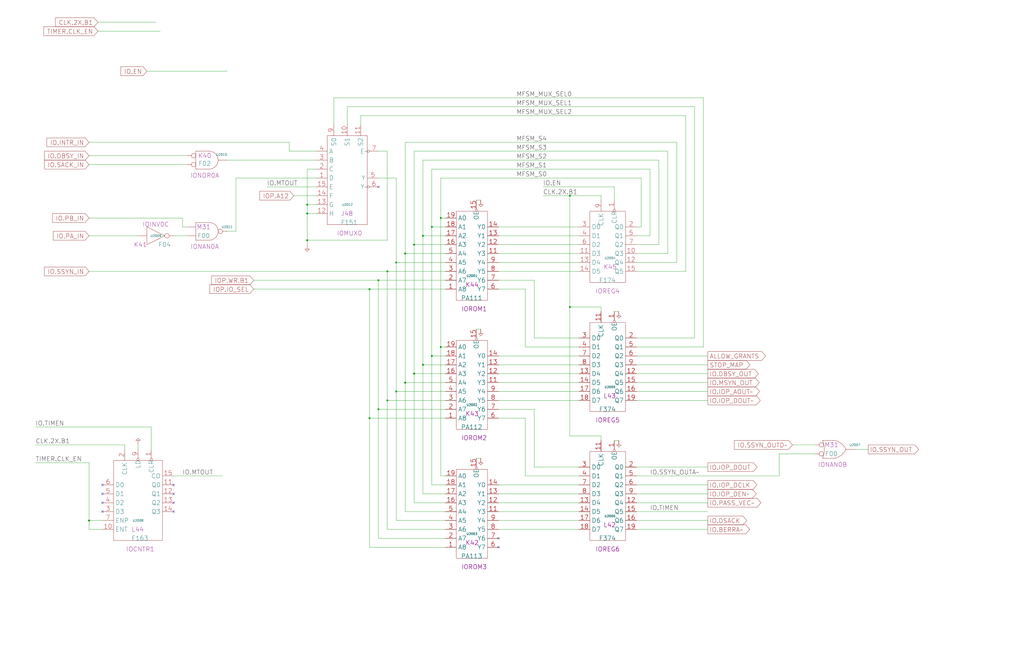
<source format=kicad_sch>
(kicad_sch (version 20250114) (generator "eeschema") (generator_version "9.0")
  (paper "User" 584.2 378.46)
  (title_block (title "IO BUS\\nMASTER FSM") (date "22-SEP-90") (rev "2.0") (comment 1 "IOC") (comment 2 "232-003061") (comment 3 "S400") (comment 4 "RELEASED"))
  (lib_symbols
    (symbol "r1000:F00" (pin_numbers (hide yes)) (pin_names (hide yes))
      (property "Reference" "U" (at 15.24 0 0))
      (property "Value" "F00" (at 1.905 -5.08 0))
      (property "Location" "___" (at 1.905 0 0))
      (property "Name" "______" (at 2.54 -12.7 0))
      (symbol "F00_0_1"
        (polyline (pts (xy -2.54 2.54) (xy -2.54 -7.62)) (stroke (width 0.1524)))
        (polyline (pts (xy -2.54 2.54) (xy 5.08 2.54)) (stroke (width 0.1524)))
        (polyline (pts (xy -2.54 -7.62) (xy 5.08 -7.62)) (stroke (width 0.1524)))
        (arc (start 5.08 2.54) (mid 10.1281 -2.54) (end 5.08 -7.62) (stroke (width 0.1524)))
        (circle (center 11.43 -2.54) (radius 1.27) (stroke (width 0.1524)))
      )
      (symbol "F00_0_2"
        (arc (start -3.175 2.54) (mid -2.134 -2.54) (end -3.175 -7.62) (stroke (width 0.1524)))
        (circle (center -3.81 0) (radius 1.27) (stroke (width 0.1524)))
        (circle (center -3.81 -5.08) (radius 1.27) (stroke (width 0.1524)))
        (polyline (pts (xy -3.175 2.54) (xy 3.81 2.54)) (stroke (width 0.1524)))
        (polyline (pts (xy -3.175 -7.62) (xy 3.81 -7.62)) (stroke (width 0.1524)))
        (arc (start 3.81 2.54) (mid 7.5828 0.7472) (end 10.16 -2.54) (stroke (width 0.1524)))
        (arc (start 10.16 -2.54) (mid 7.5855 -5.8306) (end 3.81 -7.62) (stroke (width 0.1524)))
      )
      (symbol "F00_1_1"
        (pin input line (at -7.62 0 0) (length 5.08) (name "D0") (number "1"))
        (pin input line (at -7.62 -5.08 0) (length 5.08) (name "D1") (number "2"))
        (pin output line (at 15.24 -2.54 180) (length 2.54) (name "Q") (number "3"))
      )
      (symbol "F00_1_2"
        (pin input line (at -7.62 0 0) (length 2.54) (name "D0") (number "1"))
        (pin input line (at -7.62 -5.08 0) (length 2.54) (name "D1") (number "2"))
        (pin output line (at 15.24 -2.54 180) (length 5.08) (name "Q") (number "3"))
      )
    )
    (symbol "r1000:F02" (pin_numbers (hide yes)) (pin_names (hide yes))
      (property "Reference" "U" (at 12.16 0.635 0))
      (property "Value" "F02" (at -1.27 -4.445 0))
      (property "Location" "___" (at 2.54 0 0))
      (property "Name" "______" (at 2.54 -12.7 0))
      (symbol "F02_0_1"
        (arc (start -3.81 2.54) (mid -2.9847 -2.54) (end -3.81 -7.62) (stroke (width 0.1524)))
        (polyline (pts (xy -5.08 0) (xy -3.175 0)) (stroke (width 0.1524)))
        (polyline (pts (xy -5.08 -5.08) (xy -3.175 -5.08)) (stroke (width 0.1524)))
        (polyline (pts (xy -3.81 2.54) (xy 2.54 2.54)) (stroke (width 0.1524)))
        (polyline (pts (xy -3.81 -7.62) (xy 2.54 -7.62)) (stroke (width 0.1524)))
        (arc (start 2.54 2.54) (mid 6.9477 0.8966) (end 10.16 -2.54) (stroke (width 0.1524)))
        (arc (start 10.16 -2.54) (mid 6.9515 -5.9823) (end 2.54 -7.62) (stroke (width 0.1524)))
        (circle (center 11.43 -2.54) (radius 1.27) (stroke (width 0.1524)))
        (polyline (pts (xy 13.97 -2.54) (xy 12.7 -2.54)) (stroke (width 0.1524)))
      )
      (symbol "F02_0_2"
        (circle (center -3.81 0) (radius 1.27) (stroke (width 0.1524)))
        (circle (center -3.81 -5.08) (radius 1.27) (stroke (width 0.1524)))
        (polyline (pts (xy -2.54 2.54) (xy -2.54 -7.62)) (stroke (width 0.1524)))
        (polyline (pts (xy -2.54 2.54) (xy 5.08 2.54)) (stroke (width 0.1524)))
        (polyline (pts (xy -2.54 -7.62) (xy 5.08 -7.62)) (stroke (width 0.1524)))
        (arc (start 5.08 2.54) (mid 10.1281 -2.54) (end 5.08 -7.62) (stroke (width 0.1524)))
        (polyline (pts (xy 11.43 -2.54) (xy 10.16 -2.54)) (stroke (width 0.1524)))
        (polyline (pts (xy 11.43 -2.54) (xy 12.7 -2.54)) (stroke (width 0.1524)))
      )
      (symbol "F02_1_1"
        (pin input line (at -7.62 0 0) (length 2.54) (name "D0") (number "1"))
        (pin input line (at -7.62 -5.08 0) (length 2.54) (name "D1") (number "2"))
        (pin output line (at 15.24 -2.54 180) (length 1.27) (name "Q") (number "3"))
      )
      (symbol "F02_1_2"
        (pin input line (at -7.62 0 0) (length 2.54) (name "D0") (number "1"))
        (pin input line (at -7.62 -5.08 0) (length 2.54) (name "D1") (number "2"))
        (pin output line (at 15.24 -2.54 180) (length 2.54) (name "Q") (number "3"))
      )
    )
    (symbol "r1000:F04" (pin_numbers (hide yes)) (pin_names (hide yes))
      (property "Reference" "U" (at 0 0 0))
      (property "Value" "F04" (at 1.27 -5.08 0))
      (property "Location" "___" (at -12.7 -5.08 0))
      (property "Name" "______" (at 0 5.08 0))
      (symbol "F04_0_1"
        (polyline (pts (xy -7.62 0) (xy -5.08 0)) (stroke (width 0.1524)))
        (polyline (pts (xy -5.08 5.08) (xy -5.08 -5.08)) (stroke (width 0.1524)))
        (polyline (pts (xy 5.08 0) (xy -5.08 5.08)) (stroke (width 0.1524)))
        (polyline (pts (xy 5.08 0) (xy -5.08 -5.08)) (stroke (width 0.1524)))
        (circle (center 6.35 0) (radius 1.27) (stroke (width 0.1524)))
      )
      (symbol "F04_1_1"
        (pin input line (at -10.16 0 0) (length 2.54) (name "D0") (number "1"))
        (pin output line (at 10.16 0 180) (length 2.54) (name "Q") (number "2"))
      )
    )
    (symbol "r1000:F151" (pin_names (offset 1.016))
      (property "Reference" "U" (at 2.54 5.08 0))
      (property "Value" "F151" (at -1.27 -5.08 0))
      (property "Location" "___" (at -1.27 0 0))
      (property "Name" "______" (at 3.81 -12.7 0))
      (symbol "F151_1_1"
        (rectangle (start -8.89 44.45) (end 13.97 -6.35))
        (circle (center 14.605 35.56) (radius 0.635))
        (circle (center 14.605 15.24) (radius 0.635))
        (pin input line (at -15.24 35.56 0) (length 6.35) (name "A") (number "4"))
        (pin input line (at -15.24 30.48 0) (length 6.35) (name "B") (number "3"))
        (pin input line (at -15.24 25.4 0) (length 6.35) (name "C") (number "2"))
        (pin input line (at -15.24 20.32 0) (length 6.35) (name "D") (number "1"))
        (pin input line (at -15.24 15.24 0) (length 6.35) (name "E") (number "15"))
        (pin input line (at -15.24 10.16 0) (length 6.35) (name "F") (number "14"))
        (pin input line (at -15.24 5.08 0) (length 6.35) (name "G") (number "13"))
        (pin input line (at -15.24 0 0) (length 6.35) (name "H") (number "12"))
        (pin input line (at -5.08 50.8 270) (length 6.35) (name "S0") (number "9"))
        (pin input line (at 2.54 50.8 270) (length 6.35) (name "S1") (number "10"))
        (pin input line (at 10.16 50.8 270) (length 6.35) (name "S2") (number "11"))
        (pin input line (at 20.32 35.56 180) (length 5.08) (name "E~") (number "7"))
        (pin output line (at 20.32 20.32 180) (length 6.35) (name "Y") (number "5"))
        (pin output line (at 20.32 15.24 180) (length 5.08) (name "Y~") (number "6"))
      )
    )
    (symbol "r1000:F163" (pin_names (offset 1.016))
      (property "Reference" "U" (at 2.54 5.08 0))
      (property "Value" "F163" (at -1.27 -5.08 0))
      (property "Location" "___" (at -1.27 0 0))
      (property "Name" "______" (at 3.81 -12.7 0))
      (symbol "F163_1_1"
        (rectangle (start -11.43 39.37) (end 16.51 -6.35))
        (circle (center 2.54 40.005) (radius 0.635))
        (circle (center 10.16 40.005) (radius 0.635))
        (pin input line (at -17.78 25.4 0) (length 6.35) (name "D0") (number "6"))
        (pin input line (at -17.78 20.32 0) (length 6.35) (name "D1") (number "5"))
        (pin input line (at -17.78 15.24 0) (length 6.35) (name "D2") (number "4"))
        (pin input line (at -17.78 10.16 0) (length 6.35) (name "D3") (number "3"))
        (pin input line (at -17.78 5.08 0) (length 6.35) (name "ENP") (number "7"))
        (pin input line (at -17.78 0 0) (length 6.35) (name "ENT") (number "10"))
        (pin input line (at -5.08 45.72 270) (length 6.35) (name "CLK") (number "2"))
        (pin input line (at 2.54 45.72 270) (length 5.08) (name "LD") (number "9"))
        (pin input line (at 10.16 45.72 270) (length 5.08) (name "CLR") (number "1"))
        (pin output line (at 22.86 30.48 180) (length 6.35) (name "CO") (number "15"))
        (pin output line (at 22.86 25.4 180) (length 6.35) (name "Q0") (number "11"))
        (pin output line (at 22.86 20.32 180) (length 6.35) (name "Q1") (number "12"))
        (pin output line (at 22.86 15.24 180) (length 6.35) (name "Q2") (number "13"))
        (pin output line (at 22.86 10.16 180) (length 6.35) (name "Q3") (number "14"))
      )
    )
    (symbol "r1000:F174" (pin_names (offset 1.016))
      (property "Reference" "U" (at 2.54 5.08 0))
      (property "Value" "F174" (at -3.81 -7.62 0))
      (property "Location" "___" (at -1.27 0 0))
      (property "Name" "______" (at 1.27 -15.24 0))
      (symbol "F174_1_1"
        (rectangle (start -8.89 31.75) (end 11.43 -8.89))
        (circle (center 5.08 32.385) (radius 0.635))
        (pin input line (at -15.24 22.86 0) (length 6.35) (name "D0") (number "3"))
        (pin input line (at -15.24 17.78 0) (length 6.35) (name "D1") (number "4"))
        (pin input line (at -15.24 12.7 0) (length 6.35) (name "D2") (number "6"))
        (pin input line (at -15.24 7.62 0) (length 6.35) (name "D3") (number "11"))
        (pin input line (at -15.24 2.54 0) (length 6.35) (name "D4") (number "13"))
        (pin input line (at -15.24 -2.54 0) (length 6.35) (name "D5") (number "14"))
        (pin input line (at -2.54 38.1 270) (length 6.35) (name "CLK") (number "9"))
        (pin input line (at 5.08 38.1 270) (length 5.08) (name "CLR") (number "1"))
        (pin output line (at 17.78 22.86 180) (length 6.35) (name "Q0") (number "2"))
        (pin output line (at 17.78 17.78 180) (length 6.35) (name "Q1") (number "5"))
        (pin output line (at 17.78 12.7 180) (length 6.35) (name "Q2") (number "7"))
        (pin output line (at 17.78 7.62 180) (length 6.35) (name "Q3") (number "10"))
        (pin output line (at 17.78 2.54 180) (length 6.35) (name "Q4") (number "12"))
        (pin output line (at 17.78 -2.54 180) (length 6.35) (name "Q5") (number "15"))
      )
    )
    (symbol "r1000:F374" (pin_names (offset 1.016))
      (property "Reference" "U" (at 2.54 5.08 0))
      (property "Value" "F374" (at -3.81 -7.62 0))
      (property "Location" "___" (at -1.27 0 0))
      (property "Name" "______" (at 1.27 -15.24 0))
      (symbol "F374_1_1"
        (rectangle (start -8.89 41.91) (end 11.43 -8.89))
        (circle (center 5.08 42.545) (radius 0.635))
        (pin input line (at -15.24 33.02 0) (length 6.35) (name "D0") (number "3"))
        (pin input line (at -15.24 27.94 0) (length 6.35) (name "D1") (number "4"))
        (pin input line (at -15.24 22.86 0) (length 6.35) (name "D2") (number "7"))
        (pin input line (at -15.24 17.78 0) (length 6.35) (name "D3") (number "8"))
        (pin input line (at -15.24 12.7 0) (length 6.35) (name "D4") (number "13"))
        (pin input line (at -15.24 7.62 0) (length 6.35) (name "D5") (number "14"))
        (pin input line (at -15.24 2.54 0) (length 6.35) (name "D6") (number "17"))
        (pin input line (at -15.24 -2.54 0) (length 6.35) (name "D7") (number "18"))
        (pin input line (at -2.54 48.26 270) (length 6.35) (name "CLK") (number "11"))
        (pin input line (at 5.08 48.26 270) (length 5.08) (name "OE") (number "1"))
        (pin tri_state line (at 17.78 33.02 180) (length 6.35) (name "Q0") (number "2"))
        (pin tri_state line (at 17.78 27.94 180) (length 6.35) (name "Q1") (number "5"))
        (pin tri_state line (at 17.78 22.86 180) (length 6.35) (name "Q2") (number "6"))
        (pin tri_state line (at 17.78 17.78 180) (length 6.35) (name "Q3") (number "9"))
        (pin tri_state line (at 17.78 12.7 180) (length 6.35) (name "Q4") (number "12"))
        (pin tri_state line (at 17.78 7.62 180) (length 6.35) (name "Q5") (number "15"))
        (pin tri_state line (at 17.78 2.54 180) (length 6.35) (name "Q6") (number "16"))
        (pin tri_state line (at 17.78 -2.54 180) (length 6.35) (name "Q7") (number "19"))
      )
    )
    (symbol "r1000:PAxxx" (pin_names (offset 1.016))
      (property "Reference" "U" (at 2.54 5.08 0))
      (property "Value" "PAxxx" (at -3.81 -7.62 0))
      (property "Location" "___" (at -1.27 0 0))
      (property "Name" "______" (at 3.81 -15.24 0))
      (symbol "PAxxx_1_1"
        (rectangle (start -6.35 41.91) (end 11.43 -8.89))
        (circle (center 5.08 42.545) (radius 0.635))
        (pin input line (at -12.7 38.1 0) (length 6.35) (name "A0") (number "19"))
        (pin input line (at -12.7 33.02 0) (length 6.35) (name "A1") (number "18"))
        (pin input line (at -12.7 27.94 0) (length 6.35) (name "A2") (number "17"))
        (pin input line (at -12.7 22.86 0) (length 6.35) (name "A3") (number "16"))
        (pin input line (at -12.7 17.78 0) (length 6.35) (name "A4") (number "5"))
        (pin input line (at -12.7 12.7 0) (length 6.35) (name "A5") (number "4"))
        (pin input line (at -12.7 7.62 0) (length 6.35) (name "A6") (number "3"))
        (pin input line (at -12.7 2.54 0) (length 6.35) (name "A7") (number "2"))
        (pin input line (at -12.7 -2.54 0) (length 6.35) (name "A8") (number "1"))
        (pin input line (at 5.08 48.26 270) (length 5.08) (name "OE") (number "15"))
        (pin tri_state line (at 17.78 33.02 180) (length 6.35) (name "Y0") (number "14"))
        (pin tri_state line (at 17.78 27.94 180) (length 6.35) (name "Y1") (number "13"))
        (pin tri_state line (at 17.78 22.86 180) (length 6.35) (name "Y2") (number "12"))
        (pin tri_state line (at 17.78 17.78 180) (length 6.35) (name "Y3") (number "11"))
        (pin tri_state line (at 17.78 12.7 180) (length 6.35) (name "Y4") (number "9"))
        (pin tri_state line (at 17.78 7.62 180) (length 6.35) (name "Y5") (number "8"))
        (pin tri_state line (at 17.78 2.54 180) (length 6.35) (name "Y6") (number "7"))
        (pin tri_state line (at 17.78 -2.54 180) (length 6.35) (name "Y7") (number "6"))
      )
    )
    (symbol "r1000:PD" (power) (pin_numbers (hide yes)) (pin_names (hide yes)) (in_bom no)
      (symbol "PD_0_1"
        (polyline (pts (xy 0 -2.54) (xy 1.27 -2.54) (xy 0 -3.81) (xy -1.27 -2.54) (xy 0 -2.54)) (stroke (width 0.1524)))
      )
      (symbol "PD_1_1"
        (pin power_in line (at 0 0 270) (length 2.54) (name "PD") (number "1"))
      )
    )
    (symbol "r1000:PU" (power) (pin_numbers (hide yes)) (pin_names (hide yes))
      (symbol "PU_0_1"
        (polyline (pts (xy 0 2.54) (xy -1.27 2.54) (xy 0 3.81) (xy 1.27 2.54) (xy 0 2.54)) (stroke (width 0.1524)))
      )
      (symbol "PU_1_1"
        (pin power_in line (at 0 0 90) (length 2.54) (name "PU") (number "1"))
      )
    )
  )
  (junction (at 236.22 213.36))
  (junction (at 210.82 238.76))
  (junction (at 251.46 198.12))
  (junction (at 226.06 149.86))
  (junction (at 215.9 160.02))
  (junction (at 220.98 228.6))
  (junction (at 246.38 129.54))
  (junction (at 231.14 144.78))
  (junction (at 215.9 233.68))
  (junction (at 226.06 223.52))
  (junction (at 210.82 165.1))
  (junction (at 236.22 139.7))
  (junction (at 220.98 154.94))
  (junction (at 231.14 218.44))
  (junction (at 325.12 111.76))
  (junction (at 251.46 124.46))
  (junction (at 175.26 137.16))
  (junction (at 325.12 175.26))
  (junction (at 175.26 116.84))
  (junction (at 246.38 203.2))
  (junction (at 175.26 121.92))
  (junction (at 50.8 297.18))
  (junction (at 241.3 134.62))
  (junction (at 241.3 208.28))
  (no_connect (at 284.48 307.34))
  (no_connect (at 99.06 281.94))
  (no_connect (at 58.42 287.02))
  (no_connect (at 99.06 292.1))
  (no_connect (at 99.06 287.02))
  (no_connect (at 58.42 281.94))
  (no_connect (at 99.06 276.86))
  (no_connect (at 284.48 312.42))
  (no_connect (at 58.42 276.86))
  (no_connect (at 58.42 292.1))
  (no_connect (at 215.9 106.68))
  (wire (pts (xy 241.3 208.28) (xy 254 208.28)))
  (wire (pts (xy 254 302.26) (xy 220.98 302.26)))
  (wire (pts (xy 396.24 60.96) (xy 396.24 193.04)))
  (wire (pts (xy 134.62 132.08) (xy 134.62 101.6)))
  (wire (pts (xy 50.8 302.26) (xy 58.42 302.26)))
  (wire (pts (xy 231.14 144.78) (xy 254 144.78)))
  (wire (pts (xy 167.64 111.76) (xy 180.34 111.76)))
  (wire (pts (xy 370.84 134.62) (xy 363.22 134.62)))
  (wire (pts (xy 284.48 228.6) (xy 330.2 228.6)))
  (wire (pts (xy 350.52 251.46) (xy 353.06 251.46)))
  (wire (pts (xy 215.9 160.02) (xy 254 160.02)))
  (wire (pts (xy 231.14 81.28) (xy 231.14 144.78)))
  (wire (pts (xy 251.46 271.78) (xy 251.46 198.12)))
  (wire (pts (xy 226.06 101.6) (xy 226.06 149.86)))
  (wire (pts (xy 386.08 149.86) (xy 386.08 81.28)))
  (wire (pts (xy 342.9 248.92) (xy 342.9 251.46)))
  (wire (pts (xy 396.24 193.04) (xy 363.22 193.04)))
  (wire (pts (xy 236.22 213.36) (xy 254 213.36)))
  (wire (pts (xy 350.52 177.8) (xy 353.06 177.8)))
  (wire (pts (xy 251.46 124.46) (xy 254 124.46)))
  (wire (pts (xy 363.22 292.1) (xy 403.86 292.1)))
  (wire (pts (xy 254 139.7) (xy 236.22 139.7)))
  (wire (pts (xy 246.38 203.2) (xy 254 203.2)))
  (wire (pts (xy 284.48 129.54) (xy 330.2 129.54)))
  (wire (pts (xy 254 312.42) (xy 210.82 312.42)))
  (wire (pts (xy 134.62 101.6) (xy 180.34 101.6)))
  (wire (pts (xy 363.22 208.28) (xy 403.86 208.28)))
  (wire (pts (xy 271.78 114.3) (xy 274.32 114.3)))
  (wire (pts (xy 309.88 106.68) (xy 350.52 106.68)))
  (wire (pts (xy 231.14 218.44) (xy 254 218.44)))
  (wire (pts (xy 391.16 154.94) (xy 363.22 154.94)))
  (wire (pts (xy 129.54 132.08) (xy 134.62 132.08)))
  (wire (pts (xy 20.32 243.84) (xy 86.36 243.84)))
  (wire (pts (xy 246.38 203.2) (xy 246.38 276.86)))
  (wire (pts (xy 220.98 228.6) (xy 254 228.6)))
  (wire (pts (xy 271.78 261.62) (xy 274.32 261.62)))
  (wire (pts (xy 215.9 160.02) (xy 215.9 233.68)))
  (wire (pts (xy 284.48 287.02) (xy 330.2 287.02)))
  (wire (pts (xy 325.12 175.26) (xy 325.12 248.92)))
  (wire (pts (xy 304.8 266.7) (xy 330.2 266.7)))
  (wire (pts (xy 236.22 213.36) (xy 236.22 287.02)))
  (wire (pts (xy 299.72 165.1) (xy 299.72 198.12)))
  (wire (pts (xy 55.88 17.78) (xy 91.44 17.78)))
  (wire (pts (xy 50.8 297.18) (xy 58.42 297.18)))
  (wire (pts (xy 342.9 111.76) (xy 342.9 114.3)))
  (wire (pts (xy 215.9 86.36) (xy 220.98 86.36)))
  (wire (pts (xy 363.22 302.26) (xy 403.86 302.26)))
  (wire (pts (xy 363.22 203.2) (xy 403.86 203.2)))
  (wire (pts (xy 309.88 111.76) (xy 325.12 111.76)))
  (wire (pts (xy 342.9 175.26) (xy 325.12 175.26)))
  (wire (pts (xy 284.48 144.78) (xy 330.2 144.78)))
  (wire (pts (xy 20.32 254) (xy 71.12 254)))
  (wire (pts (xy 363.22 213.36) (xy 403.86 213.36)))
  (wire (pts (xy 284.48 213.36) (xy 330.2 213.36)))
  (wire (pts (xy 284.48 165.1) (xy 299.72 165.1)))
  (wire (pts (xy 220.98 154.94) (xy 220.98 228.6)))
  (wire (pts (xy 190.5 55.88) (xy 401.32 55.88)))
  (wire (pts (xy 205.74 66.04) (xy 391.16 66.04)))
  (wire (pts (xy 144.78 160.02) (xy 215.9 160.02)))
  (wire (pts (xy 251.46 101.6) (xy 251.46 124.46)))
  (wire (pts (xy 20.32 264.16) (xy 50.8 264.16)))
  (wire (pts (xy 104.14 124.46) (xy 104.14 129.54)))
  (wire (pts (xy 99.06 271.78) (xy 127 271.78)))
  (wire (pts (xy 304.8 193.04) (xy 330.2 193.04)))
  (wire (pts (xy 381 144.78) (xy 363.22 144.78)))
  (wire (pts (xy 246.38 96.52) (xy 370.84 96.52)))
  (wire (pts (xy 254 281.94) (xy 241.3 281.94)))
  (wire (pts (xy 104.14 129.54) (xy 106.68 129.54)))
  (wire (pts (xy 226.06 149.86) (xy 226.06 223.52)))
  (wire (pts (xy 375.92 91.44) (xy 241.3 91.44)))
  (wire (pts (xy 50.8 93.98) (xy 106.68 93.98)))
  (wire (pts (xy 284.48 203.2) (xy 330.2 203.2)))
  (wire (pts (xy 284.48 276.86) (xy 330.2 276.86)))
  (wire (pts (xy 190.5 71.12) (xy 190.5 55.88)))
  (wire (pts (xy 226.06 297.18) (xy 254 297.18)))
  (wire (pts (xy 284.48 149.86) (xy 330.2 149.86)))
  (wire (pts (xy 381 86.36) (xy 381 144.78)))
  (wire (pts (xy 254 292.1) (xy 231.14 292.1)))
  (wire (pts (xy 363.22 287.02) (xy 403.86 287.02)))
  (wire (pts (xy 284.48 233.68) (xy 304.8 233.68)))
  (wire (pts (xy 363.22 297.18) (xy 403.86 297.18)))
  (wire (pts (xy 284.48 302.26) (xy 330.2 302.26)))
  (wire (pts (xy 83.82 40.64) (xy 129.54 40.64)))
  (wire (pts (xy 284.48 218.44) (xy 330.2 218.44)))
  (wire (pts (xy 226.06 149.86) (xy 254 149.86)))
  (wire (pts (xy 391.16 66.04) (xy 391.16 154.94)))
  (wire (pts (xy 50.8 264.16) (xy 50.8 297.18)))
  (wire (pts (xy 175.26 116.84) (xy 175.26 121.92)))
  (wire (pts (xy 363.22 276.86) (xy 403.86 276.86)))
  (wire (pts (xy 342.9 177.8) (xy 342.9 175.26)))
  (wire (pts (xy 325.12 111.76) (xy 325.12 175.26)))
  (wire (pts (xy 350.52 106.68) (xy 350.52 114.3)))
  (wire (pts (xy 304.8 160.02) (xy 304.8 193.04)))
  (wire (pts (xy 365.76 101.6) (xy 251.46 101.6)))
  (wire (pts (xy 386.08 81.28) (xy 231.14 81.28)))
  (wire (pts (xy 452.12 254) (xy 464.82 254)))
  (wire (pts (xy 304.8 233.68) (xy 304.8 266.7)))
  (wire (pts (xy 165.1 86.36) (xy 180.34 86.36)))
  (wire (pts (xy 284.48 281.94) (xy 330.2 281.94)))
  (wire (pts (xy 236.22 86.36) (xy 381 86.36)))
  (wire (pts (xy 246.38 276.86) (xy 254 276.86)))
  (wire (pts (xy 215.9 233.68) (xy 254 233.68)))
  (wire (pts (xy 210.82 312.42) (xy 210.82 238.76)))
  (wire (pts (xy 284.48 160.02) (xy 304.8 160.02)))
  (wire (pts (xy 254 271.78) (xy 251.46 271.78)))
  (wire (pts (xy 231.14 292.1) (xy 231.14 218.44)))
  (wire (pts (xy 271.78 187.96) (xy 274.32 187.96)))
  (wire (pts (xy 175.26 96.52) (xy 175.26 116.84)))
  (wire (pts (xy 284.48 297.18) (xy 330.2 297.18)))
  (wire (pts (xy 284.48 139.7) (xy 330.2 139.7)))
  (wire (pts (xy 220.98 86.36) (xy 220.98 137.16)))
  (wire (pts (xy 198.12 71.12) (xy 198.12 60.96)))
  (wire (pts (xy 175.26 137.16) (xy 220.98 137.16)))
  (wire (pts (xy 220.98 154.94) (xy 254 154.94)))
  (wire (pts (xy 284.48 223.52) (xy 330.2 223.52)))
  (wire (pts (xy 375.92 139.7) (xy 375.92 91.44)))
  (wire (pts (xy 236.22 139.7) (xy 236.22 213.36)))
  (wire (pts (xy 99.06 134.62) (xy 106.68 134.62)))
  (wire (pts (xy 50.8 88.9) (xy 106.68 88.9)))
  (wire (pts (xy 129.54 91.44) (xy 180.34 91.44)))
  (wire (pts (xy 215.9 101.6) (xy 226.06 101.6)))
  (wire (pts (xy 363.22 129.54) (xy 365.76 129.54)))
  (wire (pts (xy 175.26 116.84) (xy 180.34 116.84)))
  (wire (pts (xy 241.3 134.62) (xy 241.3 208.28)))
  (wire (pts (xy 299.72 271.78) (xy 330.2 271.78)))
  (wire (pts (xy 165.1 81.28) (xy 165.1 86.36)))
  (wire (pts (xy 231.14 144.78) (xy 231.14 218.44)))
  (wire (pts (xy 236.22 287.02) (xy 254 287.02)))
  (wire (pts (xy 55.88 12.7) (xy 88.9 12.7)))
  (wire (pts (xy 241.3 281.94) (xy 241.3 208.28)))
  (wire (pts (xy 284.48 154.94) (xy 330.2 154.94)))
  (wire (pts (xy 401.32 198.12) (xy 363.22 198.12)))
  (wire (pts (xy 251.46 124.46) (xy 251.46 198.12)))
  (wire (pts (xy 284.48 208.28) (xy 330.2 208.28)))
  (wire (pts (xy 175.26 121.92) (xy 175.26 137.16)))
  (wire (pts (xy 241.3 134.62) (xy 254 134.62)))
  (wire (pts (xy 205.74 71.12) (xy 205.74 66.04)))
  (wire (pts (xy 210.82 238.76) (xy 254 238.76)))
  (wire (pts (xy 299.72 198.12) (xy 330.2 198.12)))
  (wire (pts (xy 444.5 259.08) (xy 464.82 259.08)))
  (wire (pts (xy 487.68 256.54) (xy 495.3 256.54)))
  (wire (pts (xy 241.3 91.44) (xy 241.3 134.62)))
  (wire (pts (xy 144.78 165.1) (xy 210.82 165.1)))
  (wire (pts (xy 215.9 307.34) (xy 254 307.34)))
  (wire (pts (xy 284.48 292.1) (xy 330.2 292.1)))
  (wire (pts (xy 210.82 165.1) (xy 210.82 238.76)))
  (wire (pts (xy 401.32 55.88) (xy 401.32 198.12)))
  (wire (pts (xy 50.8 297.18) (xy 50.8 302.26)))
  (wire (pts (xy 363.22 139.7) (xy 375.92 139.7)))
  (wire (pts (xy 71.12 254) (xy 71.12 256.54)))
  (wire (pts (xy 226.06 223.52) (xy 254 223.52)))
  (wire (pts (xy 363.22 223.52) (xy 403.86 223.52)))
  (wire (pts (xy 363.22 228.6) (xy 403.86 228.6)))
  (wire (pts (xy 152.4 106.68) (xy 180.34 106.68)))
  (wire (pts (xy 284.48 238.76) (xy 299.72 238.76)))
  (wire (pts (xy 50.8 81.28) (xy 165.1 81.28)))
  (wire (pts (xy 220.98 302.26) (xy 220.98 228.6)))
  (wire (pts (xy 175.26 121.92) (xy 180.34 121.92)))
  (wire (pts (xy 246.38 129.54) (xy 246.38 96.52)))
  (wire (pts (xy 251.46 198.12) (xy 254 198.12)))
  (wire (pts (xy 299.72 238.76) (xy 299.72 271.78)))
  (wire (pts (xy 363.22 281.94) (xy 403.86 281.94)))
  (wire (pts (xy 363.22 218.44) (xy 403.86 218.44)))
  (wire (pts (xy 254 129.54) (xy 246.38 129.54)))
  (wire (pts (xy 50.8 134.62) (xy 78.74 134.62)))
  (wire (pts (xy 444.5 271.78) (xy 444.5 259.08)))
  (wire (pts (xy 86.36 243.84) (xy 86.36 256.54)))
  (wire (pts (xy 363.22 266.7) (xy 403.86 266.7)))
  (wire (pts (xy 175.26 96.52) (xy 180.34 96.52)))
  (wire (pts (xy 198.12 60.96) (xy 396.24 60.96)))
  (wire (pts (xy 210.82 165.1) (xy 254 165.1)))
  (wire (pts (xy 365.76 129.54) (xy 365.76 101.6)))
  (wire (pts (xy 370.84 96.52) (xy 370.84 134.62)))
  (wire (pts (xy 175.26 137.16) (xy 175.26 139.7)))
  (wire (pts (xy 363.22 271.78) (xy 444.5 271.78)))
  (wire (pts (xy 236.22 139.7) (xy 236.22 86.36)))
  (wire (pts (xy 325.12 111.76) (xy 342.9 111.76)))
  (wire (pts (xy 284.48 134.62) (xy 330.2 134.62)))
  (wire (pts (xy 325.12 248.92) (xy 342.9 248.92)))
  (wire (pts (xy 78.74 254) (xy 78.74 256.54)))
  (wire (pts (xy 226.06 223.52) (xy 226.06 297.18)))
  (wire (pts (xy 50.8 124.46) (xy 104.14 124.46)))
  (wire (pts (xy 246.38 129.54) (xy 246.38 203.2)))
  (wire (pts (xy 50.8 154.94) (xy 220.98 154.94)))
  (wire (pts (xy 215.9 233.68) (xy 215.9 307.34)))
  (wire (pts (xy 363.22 149.86) (xy 386.08 149.86)))
  (label "TIMER.CLK_EN" (at 20.32 264.16 0) (effects (font (size 2.54 2.54))))
  (label "IO.MTOUT" (at 152.4 106.68 0) (effects (font (size 2.54 2.54))))
  (label "IO.SSYN_OUTA~" (at 370.84 271.78 0) (effects (font (size 2.54 2.54))))
  (label "MFSM_S4" (at 294.64 81.28 0) (effects (font (size 2.54 2.54))))
  (label "MFSM_S1" (at 294.64 96.52 0) (effects (font (size 2.54 2.54))))
  (label "MFSM_S0" (at 294.64 101.6 0) (effects (font (size 2.54 2.54))))
  (label "MFSM_MUX_SEL1" (at 294.64 60.96 0) (effects (font (size 2.54 2.54))))
  (label "IO.EN" (at 309.88 106.68 0) (effects (font (size 2.54 2.54))))
  (label "CLK.2X.B1" (at 20.32 254 0) (effects (font (size 2.54 2.54))))
  (label "IO.MTOUT" (at 104.14 271.78 0) (effects (font (size 2.54 2.54))))
  (label "MFSM_MUX_SEL0" (at 294.64 55.88 0) (effects (font (size 2.54 2.54))))
  (label "CLK.2X.B1" (at 309.88 111.76 0) (effects (font (size 2.54 2.54))))
  (label "MFSM_MUX_SEL2" (at 294.64 66.04 0) (effects (font (size 2.54 2.54))))
  (label "IO.TIMEN" (at 20.32 243.84 0) (effects (font (size 2.54 2.54))))
  (label "MFSM_S3" (at 294.64 86.36 0) (effects (font (size 2.54 2.54))))
  (label "IO.TIMEN" (at 370.84 292.1 0) (effects (font (size 2.54 2.54))))
  (label "MFSM_S2" (at 294.64 91.44 0) (effects (font (size 2.54 2.54))))
  (global_label "IO.DBSY_OUT" (shape output) (at 403.86 213.36 0) (effects (font (size 2.54 2.54))) (property "Intersheetrefs" "${INTERSHEET_REFS}" (at 433.0156 213.2013 0) (effects (font (size 1.905 1.905)) (justify left))))
  (global_label "CLK.2X.B1" (shape input) (at 55.88 12.7 180) (effects (font (size 2.54 2.54))) (property "Intersheetrefs" "${INTERSHEET_REFS}" (at 31.3206 12.5413 0) (effects (font (size 1.905 1.905)) (justify right))))
  (global_label "IO.SSYN_OUT" (shape output) (at 495.3 256.54 0) (effects (font (size 2.54 2.54))) (property "Intersheetrefs" "${INTERSHEET_REFS}" (at 524.4556 256.3813 0) (effects (font (size 1.905 1.905)) (justify left))))
  (global_label "IOP.IO_SEL" (shape input) (at 144.78 165.1 180) (effects (font (size 2.54 2.54))) (property "Intersheetrefs" "${INTERSHEET_REFS}" (at 119.374 164.9413 0) (effects (font (size 1.905 1.905)) (justify right))))
  (global_label "IO.PB_IN" (shape input) (at 50.8 124.46 180) (effects (font (size 2.54 2.54))) (property "Intersheetrefs" "${INTERSHEET_REFS}" (at 29.6273 124.3013 0) (effects (font (size 1.905 1.905)) (justify right))))
  (global_label "IO.SSYN_OUTD~" (shape input) (at 452.12 254 180) (effects (font (size 2.54 2.54))) (property "Intersheetrefs" "${INTERSHEET_REFS}" (at 418.6101 253.8413 0) (effects (font (size 1.905 1.905)) (justify right))))
  (global_label "IOP.WR.B1" (shape input) (at 144.78 160.02 180) (effects (font (size 2.54 2.54))) (property "Intersheetrefs" "${INTERSHEET_REFS}" (at 120.3416 159.8613 0) (effects (font (size 1.905 1.905)) (justify right))))
  (global_label "IO.IOP_DEN~" (shape output) (at 403.86 281.94 0) (effects (font (size 2.54 2.54))) (property "Intersheetrefs" "${INTERSHEET_REFS}" (at 431.806 281.7813 0) (effects (font (size 1.905 1.905)) (justify left))))
  (global_label "IO.DSACK" (shape output) (at 403.86 297.18 0) (effects (font (size 2.54 2.54))) (property "Intersheetrefs" "${INTERSHEET_REFS}" (at 426.3632 297.0213 0) (effects (font (size 1.905 1.905)) (justify left))))
  (global_label "IOP.A12" (shape input) (at 167.64 111.76 180) (effects (font (size 2.54 2.54))) (property "Intersheetrefs" "${INTERSHEET_REFS}" (at 147.7978 111.6013 0) (effects (font (size 1.905 1.905)) (justify right))))
  (global_label "IO.PA_IN" (shape input) (at 50.8 134.62 180) (effects (font (size 2.54 2.54))) (property "Intersheetrefs" "${INTERSHEET_REFS}" (at 29.9901 134.4613 0) (effects (font (size 1.905 1.905)) (justify right))))
  (global_label "IO.PASS_VEC~" (shape output) (at 403.86 287.02 0) (effects (font (size 2.54 2.54))) (property "Intersheetrefs" "${INTERSHEET_REFS}" (at 434.467 286.8613 0) (effects (font (size 1.905 1.905)) (justify left))))
  (global_label "IO.IOP_DOUT" (shape output) (at 403.86 266.7 0) (effects (font (size 2.54 2.54))) (property "Intersheetrefs" "${INTERSHEET_REFS}" (at 432.2899 266.5413 0) (effects (font (size 1.905 1.905)) (justify left))))
  (global_label "IO.IOP_AOUT~" (shape output) (at 403.86 223.52 0) (effects (font (size 2.54 2.54))) (property "Intersheetrefs" "${INTERSHEET_REFS}" (at 433.7413 223.3613 0) (effects (font (size 1.905 1.905)) (justify left))))
  (global_label "IO.MSYN_OUT" (shape output) (at 403.86 218.44 0) (effects (font (size 2.54 2.54))) (property "Intersheetrefs" "${INTERSHEET_REFS}" (at 433.4994 218.2813 0) (effects (font (size 1.905 1.905)) (justify left))))
  (global_label "IO.IOP_DCLK" (shape output) (at 403.86 276.86 0) (effects (font (size 2.54 2.54))) (property "Intersheetrefs" "${INTERSHEET_REFS}" (at 432.1689 276.7013 0) (effects (font (size 1.905 1.905)) (justify left))))
  (global_label "IO.DBSY_IN" (shape input) (at 50.8 88.9 180) (effects (font (size 2.54 2.54))) (property "Intersheetrefs" "${INTERSHEET_REFS}" (at 25.0311 88.7413 0) (effects (font (size 1.905 1.905)) (justify right))))
  (global_label "IO.IOP_DOUT~" (shape output) (at 403.86 228.6 0) (effects (font (size 2.54 2.54))) (property "Intersheetrefs" "${INTERSHEET_REFS}" (at 434.1041 228.4413 0) (effects (font (size 1.905 1.905)) (justify left))))
  (global_label "STOP_MAP" (shape output) (at 403.86 208.28 0) (effects (font (size 2.54 2.54))) (property "Intersheetrefs" "${INTERSHEET_REFS}" (at 428.1775 208.1213 0) (effects (font (size 1.905 1.905)) (justify left))))
  (global_label "IO.SACK_IN" (shape input) (at 50.8 93.98 180) (effects (font (size 2.54 2.54))) (property "Intersheetrefs" "${INTERSHEET_REFS}" (at 25.0311 93.8213 0) (effects (font (size 1.905 1.905)) (justify right))))
  (global_label "TIMER.CLK_EN" (shape input) (at 55.88 17.78 180) (effects (font (size 2.54 2.54))) (property "Intersheetrefs" "${INTERSHEET_REFS}" (at 24.5473 17.6213 0) (effects (font (size 1.905 1.905)) (justify right))))
  (global_label "ALLOW_GRANTS" (shape output) (at 403.86 203.2 0) (effects (font (size 2.54 2.54))) (property "Intersheetrefs" "${INTERSHEET_REFS}" (at 437.128 203.0413 0) (effects (font (size 1.905 1.905)) (justify left))))
  (global_label "IO.INTR_IN" (shape input) (at 50.8 81.28 180) (effects (font (size 2.54 2.54))) (property "Intersheetrefs" "${INTERSHEET_REFS}" (at 26.3616 81.1213 0) (effects (font (size 1.905 1.905)) (justify right))))
  (global_label "IO.SSYN_IN" (shape input) (at 50.8 154.94 180) (effects (font (size 2.54 2.54))) (property "Intersheetrefs" "${INTERSHEET_REFS}" (at 25.0311 154.7813 0) (effects (font (size 1.905 1.905)) (justify right))))
  (global_label "IO.BERRA~" (shape output) (at 403.86 302.26 0) (effects (font (size 2.54 2.54))) (property "Intersheetrefs" "${INTERSHEET_REFS}" (at 428.0565 302.1013 0) (effects (font (size 1.905 1.905)) (justify left))))
  (global_label "IO.EN" (shape input) (at 83.82 40.64 180) (effects (font (size 2.54 2.54))) (property "Intersheetrefs" "${INTERSHEET_REFS}" (at 68.574 40.4813 0) (effects (font (size 1.905 1.905)) (justify right))))
  (symbol (lib_id "r1000:F163") (at 76.2 302.26 0) (unit 1)
    (property "Reference" "U2008" (at 78.74 297.18 0))
    (property "Value" "F163" (at 74.93 307.34 0) (effects (font (size 2.54 2.54)) (justify left)))
    (property "Location" "L44" (at 74.93 302.26 0) (effects (font (size 2.54 2.54)) (justify left)))
    (property "Name" "IOCNTR1" (at 80.01 314.96 0) (effects (font (size 2.54 2.54)) (justify bottom)))
  )
  (symbol (lib_id "r1000:PD") (at 274.32 187.96 0) (unit 1) (in_bom no)
    (property "Reference" "#PWR02002" (effects (hide yes)))
    (property "Value" "PD" (effects (hide yes)))
  )
  (symbol (lib_id "r1000:F151") (at 195.58 121.92 0) (unit 1)
    (property "Reference" "U2012" (at 198.12 116.84 0))
    (property "Value" "F151" (at 194.31 127 0) (effects (font (size 2.54 2.54)) (justify left)))
    (property "Location" "J48" (at 194.31 121.92 0) (effects (font (size 2.54 2.54)) (justify left)))
    (property "Name" "IOMUX0" (at 199.39 134.62 0) (effects (font (size 2.54 2.54)) (justify bottom)))
  )
  (symbol (lib_id "r1000:PD") (at 175.26 139.7 0) (unit 1) (in_bom no)
    (property "Reference" "#PWR02007" (effects (hide yes)))
    (property "Value" "PD" (effects (hide yes)))
  )
  (symbol (lib_id "r1000:F374") (at 345.44 299.72 0) (unit 1)
    (property "Reference" "U2006" (at 347.98 294.64 0))
    (property "Value" "F374" (at 341.63 307.34 0) (effects (font (size 2.54 2.54)) (justify left)))
    (property "Location" "L42" (at 344.17 299.72 0) (effects (font (size 2.54 2.54)) (justify left)))
    (property "Name" "IOREG6" (at 346.71 314.96 0) (effects (font (size 2.54 2.54)) (justify bottom)))
  )
  (symbol (lib_id "r1000:PD") (at 274.32 114.3 0) (unit 1) (in_bom no)
    (property "Reference" "#PWR02001" (effects (hide yes)))
    (property "Value" "PD" (effects (hide yes)))
  )
  (symbol (lib_id "r1000:F02") (at 114.3 88.9 0) (unit 1) (convert 2)
    (property "Reference" "U2010" (at 126.46 88.265 0))
    (property "Value" "F02" (at 113.03 93.345 0) (effects (font (size 2.54 2.54)) (justify left)))
    (property "Location" "K40" (at 116.84 88.9 0) (effects (font (size 2.54 2.54))))
    (property "Name" "IONOR0A" (at 116.84 101.6 0) (effects (font (size 2.54 2.54)) (justify bottom)))
  )
  (symbol (lib_id "r1000:PD") (at 274.32 261.62 0) (unit 1) (in_bom no)
    (property "Reference" "#PWR02003" (effects (hide yes)))
    (property "Value" "PD" (effects (hide yes)))
  )
  (symbol (lib_id "r1000:PD") (at 353.06 177.8 0) (unit 1) (in_bom no)
    (property "Reference" "#PWR02004" (effects (hide yes)))
    (property "Value" "PD" (effects (hide yes)))
  )
  (symbol (lib_id "r1000:F00") (at 472.44 254 0) (unit 1) (convert 2)
    (property "Reference" "U2007" (at 487.68 254 0))
    (property "Value" "F00" (at 474.345 259.08 0) (effects (font (size 2.54 2.54))))
    (property "Location" "M31" (at 474.345 254 0) (effects (font (size 2.54 2.54))))
    (property "Name" "IONAN0B" (at 474.98 266.7 0) (effects (font (size 2.54 2.54)) (justify bottom)))
  )
  (symbol (lib_id "r1000:F374") (at 345.44 226.06 0) (unit 1)
    (property "Reference" "U2005" (at 347.98 220.98 0))
    (property "Value" "F374" (at 341.63 233.68 0) (effects (font (size 2.54 2.54)) (justify left)))
    (property "Location" "L43" (at 344.17 226.06 0) (effects (font (size 2.54 2.54)) (justify left)))
    (property "Name" "IOREG5" (at 346.71 241.3 0) (effects (font (size 2.54 2.54)) (justify bottom)))
  )
  (symbol (lib_id "r1000:PAxxx") (at 266.7 236.22 0) (unit 1)
    (property "Reference" "U2002" (at 269.24 231.14 0))
    (property "Value" "PA112" (at 262.89 243.84 0) (effects (font (size 2.54 2.54)) (justify left)))
    (property "Location" "K43" (at 265.43 236.22 0) (effects (font (size 2.54 2.54)) (justify left)))
    (property "Name" "IOROM2" (at 270.51 251.46 0) (effects (font (size 2.54 2.54)) (justify bottom)))
  )
  (symbol (lib_id "r1000:PU") (at 78.74 254 0) (unit 1)
    (property "Reference" "#PWR02006" (effects (hide yes)))
    (property "Value" "PU" (effects (hide yes)))
  )
  (symbol (lib_id "r1000:PD") (at 353.06 251.46 0) (unit 1) (in_bom no)
    (property "Reference" "#PWR02005" (effects (hide yes)))
    (property "Value" "PD" (effects (hide yes)))
  )
  (symbol (lib_id "r1000:PAxxx") (at 266.7 309.88 0) (unit 1)
    (property "Reference" "U2003" (at 269.24 304.8 0))
    (property "Value" "PA113" (at 262.89 317.5 0) (effects (font (size 2.54 2.54)) (justify left)))
    (property "Location" "K42" (at 265.43 309.88 0) (effects (font (size 2.54 2.54)) (justify left)))
    (property "Name" "IOROM3" (at 270.51 325.12 0) (effects (font (size 2.54 2.54)) (justify bottom)))
  )
  (symbol (lib_id "r1000:F174") (at 345.44 152.4 0) (unit 1)
    (property "Reference" "U2004" (at 347.98 147.32 0))
    (property "Value" "F174" (at 341.63 160.02 0) (effects (font (size 2.54 2.54)) (justify left)))
    (property "Location" "K45" (at 344.17 152.4 0) (effects (font (size 2.54 2.54)) (justify left)))
    (property "Name" "IOREG4" (at 346.71 167.64 0) (effects (font (size 2.54 2.54)) (justify bottom)))
  )
  (symbol (lib_id "r1000:F00") (at 114.3 129.54 0) (unit 1)
    (property "Reference" "U2011" (at 129.54 129.54 0))
    (property "Value" "F00" (at 116.205 134.62 0) (effects (font (size 2.54 2.54))))
    (property "Location" "M31" (at 116.205 129.54 0) (effects (font (size 2.54 2.54))))
    (property "Name" "IONAN0A" (at 116.84 142.24 0) (effects (font (size 2.54 2.54)) (justify bottom)))
  )
  (symbol (lib_id "r1000:PAxxx") (at 266.7 162.56 0) (unit 1)
    (property "Reference" "U2001" (at 269.24 157.48 0))
    (property "Value" "PA111" (at 262.89 170.18 0) (effects (font (size 2.54 2.54)) (justify left)))
    (property "Location" "K44" (at 265.43 162.56 0) (effects (font (size 2.54 2.54)) (justify left)))
    (property "Name" "IOROM1" (at 270.51 177.8 0) (effects (font (size 2.54 2.54)) (justify bottom)))
  )
  (symbol (lib_id "r1000:F04") (at 88.9 134.62 0) (unit 1)
    (property "Reference" "U2009" (at 88.9 134.62 0))
    (property "Value" "F04" (at 90.17 139.7 0) (effects (font (size 2.54 2.54)) (justify left)))
    (property "Location" "K41" (at 76.2 139.7 0) (effects (font (size 2.54 2.54)) (justify left)))
    (property "Name" "IOINV0C" (at 88.9 129.54 0) (effects (font (size 2.54 2.54)) (justify bottom)))
  )
)
</source>
